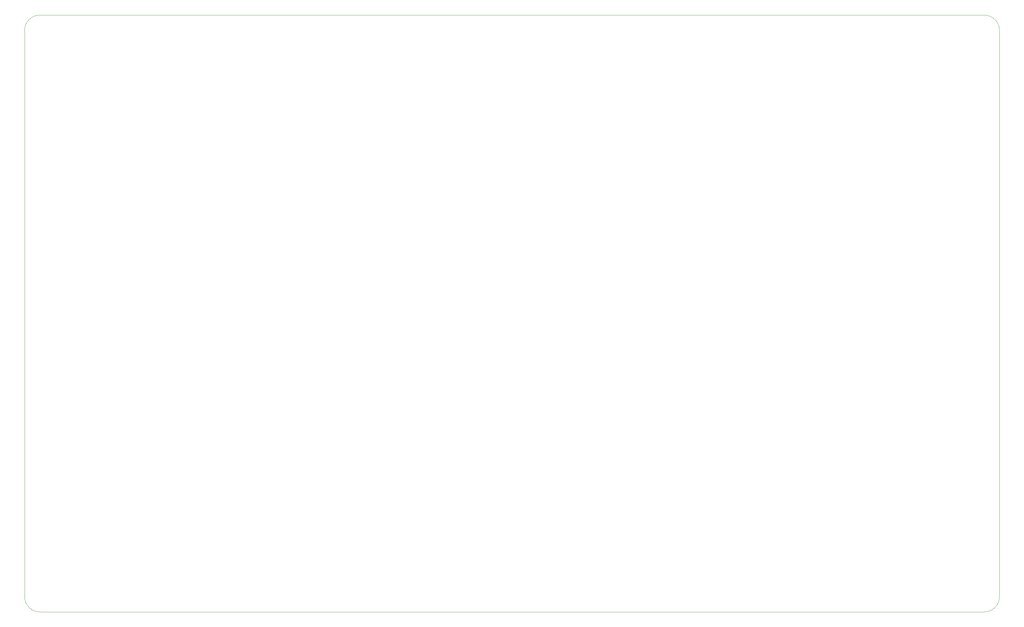
<source format=gbr>
%TF.GenerationSoftware,KiCad,Pcbnew,(6.0.6)*%
%TF.CreationDate,2023-01-13T15:08:00+05:30*%
%TF.ProjectId,MegaController,4d656761-436f-46e7-9472-6f6c6c65722e,V2.0*%
%TF.SameCoordinates,Original*%
%TF.FileFunction,Profile,NP*%
%FSLAX46Y46*%
G04 Gerber Fmt 4.6, Leading zero omitted, Abs format (unit mm)*
G04 Created by KiCad (PCBNEW (6.0.6)) date 2023-01-13 15:08:00*
%MOMM*%
%LPD*%
G01*
G04 APERTURE LIST*
%TA.AperFunction,Profile*%
%ADD10C,0.100000*%
%TD*%
G04 APERTURE END LIST*
D10*
X337499326Y-231550022D02*
G75*
G03*
X342035000Y-227000000I63174J4472722D01*
G01*
X342035000Y-61500000D02*
X342035000Y-227000000D01*
X337499326Y-231550000D02*
X61722000Y-231550000D01*
X342034993Y-61500000D02*
G75*
G03*
X337500000Y-57000000I-4466993J33400D01*
G01*
X61500000Y-57000001D02*
G75*
G03*
X57000001Y-61500000I-32000J-4467999D01*
G01*
X56999977Y-227000000D02*
G75*
G03*
X61722000Y-231550000I4489923J-65600D01*
G01*
X337500000Y-57000000D02*
X61500000Y-57000000D01*
X57000000Y-61500000D02*
X57000000Y-227000000D01*
M02*

</source>
